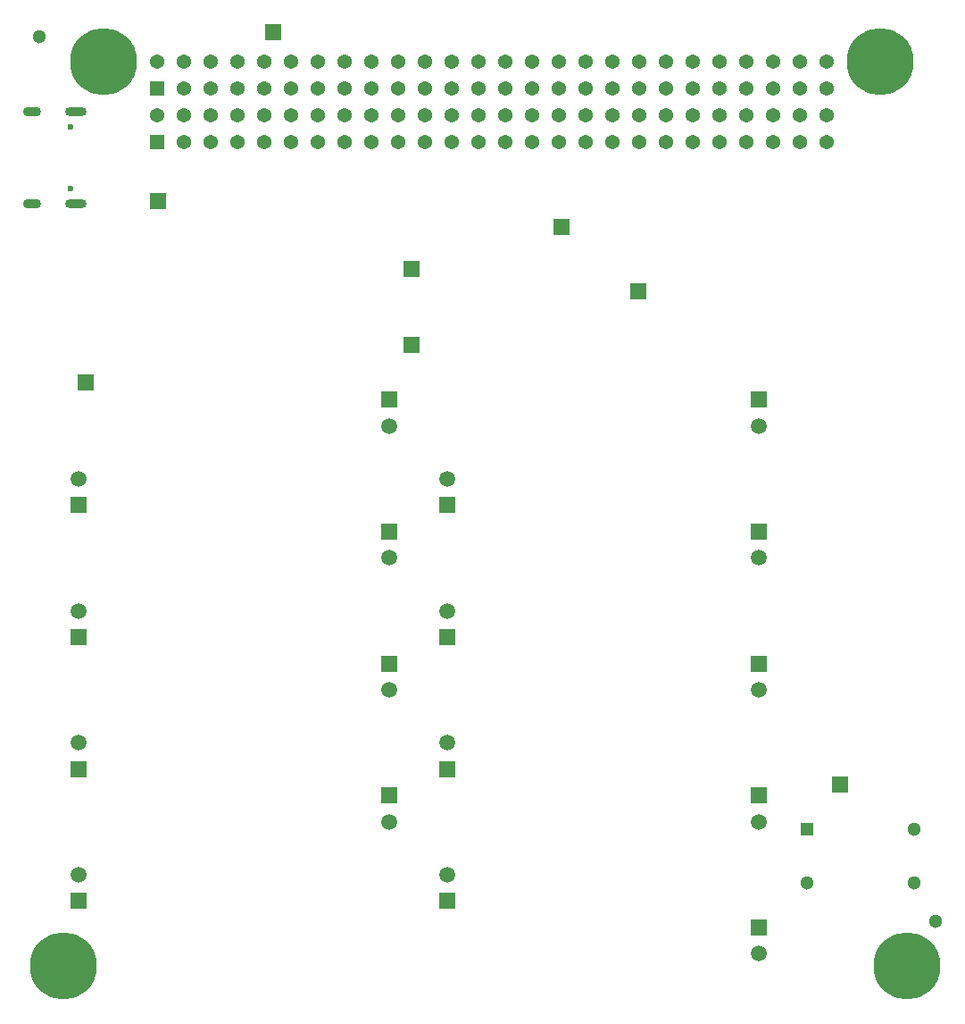
<source format=gbr>
%TF.GenerationSoftware,Altium Limited,Altium Designer,24.0.1 (36)*%
G04 Layer_Color=255*
%FSLAX45Y45*%
%MOMM*%
%TF.SameCoordinates,35AB2F61-03EE-4C9E-862A-60B4A91D9B88*%
%TF.FilePolarity,Positive*%
%TF.FileFunction,Pads,Bot*%
%TF.Part,Single*%
G01*
G75*
%TA.AperFunction,WasherPad*%
%ADD35C,1.30000*%
%TA.AperFunction,ComponentPad*%
%ADD36R,1.50000X1.50000*%
%ADD37R,1.50800X1.50800*%
%ADD38C,1.50800*%
%ADD39R,1.50000X1.50000*%
%ADD40O,1.70000X0.90000*%
%ADD41O,2.00000X0.90000*%
%ADD42C,0.60000*%
%TA.AperFunction,ViaPad*%
%ADD43C,6.35000*%
%TA.AperFunction,ComponentPad*%
%ADD44R,1.30000X1.30000*%
%ADD45C,1.30000*%
%ADD46C,1.37000*%
%ADD47R,1.37000X1.37000*%
D35*
X8777500Y935000D02*
D03*
X277500Y9317500D02*
D03*
D36*
X3812500Y6390000D02*
D03*
D37*
X4150000Y4875000D02*
D03*
X650000Y1125000D02*
D03*
Y4875000D02*
D03*
Y3625000D02*
D03*
Y2375000D02*
D03*
X3600000Y4625000D02*
D03*
Y5875000D02*
D03*
Y2125000D02*
D03*
Y3375000D02*
D03*
X4150000Y3625000D02*
D03*
Y2375000D02*
D03*
Y1125000D02*
D03*
X7100000Y5875000D02*
D03*
Y4625000D02*
D03*
Y3375000D02*
D03*
Y2125000D02*
D03*
Y875000D02*
D03*
D38*
X4150000Y5125000D02*
D03*
X650000Y1375000D02*
D03*
Y5125000D02*
D03*
Y3875000D02*
D03*
Y2625000D02*
D03*
X3600000Y4375000D02*
D03*
Y5625000D02*
D03*
Y1875000D02*
D03*
Y3125000D02*
D03*
X4150000Y3875000D02*
D03*
Y2625000D02*
D03*
Y1375000D02*
D03*
X7100000Y5625000D02*
D03*
Y4375000D02*
D03*
Y3125000D02*
D03*
Y1875000D02*
D03*
Y625000D02*
D03*
D39*
X3812500Y7117500D02*
D03*
X1407500Y7757500D02*
D03*
X2496820Y9357500D02*
D03*
X7875000Y2225000D02*
D03*
X721360Y6037580D02*
D03*
X5957500Y6905000D02*
D03*
X5232500Y7507500D02*
D03*
D40*
X210000Y7735000D02*
D03*
Y8600000D02*
D03*
D41*
X627000Y7735000D02*
D03*
Y8600000D02*
D03*
D42*
X578000Y8456500D02*
D03*
Y7878500D02*
D03*
D43*
X8255000Y9080500D02*
D03*
X889000D02*
D03*
X8509000Y508000D02*
D03*
X508000D02*
D03*
D44*
X7559000Y1808000D02*
D03*
D45*
Y1300000D02*
D03*
X8575000D02*
D03*
Y1808000D02*
D03*
D46*
X2159000Y9080500D02*
D03*
X3683000D02*
D03*
X2921000D02*
D03*
X2667000D02*
D03*
X2413000D02*
D03*
X3429000D02*
D03*
X1905000D02*
D03*
X1651000D02*
D03*
X3175000D02*
D03*
X1397000D02*
D03*
X6223000D02*
D03*
X6477000Y8826500D02*
D03*
X7493000Y9080500D02*
D03*
Y8826500D02*
D03*
X7239000Y9080500D02*
D03*
Y8826500D02*
D03*
X6985000Y9080500D02*
D03*
Y8826500D02*
D03*
X6731000Y9080500D02*
D03*
Y8826500D02*
D03*
X6477000Y9080500D02*
D03*
X7747000D02*
D03*
Y8826500D02*
D03*
X6223000D02*
D03*
X3175000D02*
D03*
X4445000D02*
D03*
X3683000D02*
D03*
X3937000D02*
D03*
X4191000D02*
D03*
X3429000D02*
D03*
X5969000D02*
D03*
X5715000D02*
D03*
X5461000D02*
D03*
X4699000D02*
D03*
X4953000D02*
D03*
X5207000D02*
D03*
X2159000D02*
D03*
X2921000D02*
D03*
X2667000D02*
D03*
X2413000D02*
D03*
X1905000D02*
D03*
X1651000D02*
D03*
X5207000Y9080500D02*
D03*
X5969000D02*
D03*
X5715000D02*
D03*
X5461000D02*
D03*
X4953000D02*
D03*
X4699000D02*
D03*
X4445000D02*
D03*
X4191000D02*
D03*
X3937000D02*
D03*
X2159000Y8572500D02*
D03*
X3683000D02*
D03*
X2921000D02*
D03*
X2667000D02*
D03*
X2413000D02*
D03*
X3429000D02*
D03*
X1905000D02*
D03*
X1651000D02*
D03*
X3175000D02*
D03*
X1397000D02*
D03*
X6223000D02*
D03*
X6477000Y8318500D02*
D03*
X7493000Y8572500D02*
D03*
Y8318500D02*
D03*
X7239000Y8572500D02*
D03*
Y8318500D02*
D03*
X6985000Y8572500D02*
D03*
Y8318500D02*
D03*
X6731000Y8572500D02*
D03*
Y8318500D02*
D03*
X6477000Y8572500D02*
D03*
X7747000D02*
D03*
Y8318500D02*
D03*
X6223000D02*
D03*
X3175000D02*
D03*
X4445000D02*
D03*
X3683000D02*
D03*
X3937000D02*
D03*
X4191000D02*
D03*
X3429000D02*
D03*
X5969000D02*
D03*
X5715000D02*
D03*
X5461000D02*
D03*
X4699000D02*
D03*
X4953000D02*
D03*
X5207000D02*
D03*
X2159000D02*
D03*
X2921000D02*
D03*
X2667000D02*
D03*
X2413000D02*
D03*
X1905000D02*
D03*
X1651000D02*
D03*
X5207000Y8572500D02*
D03*
X5969000D02*
D03*
X5715000D02*
D03*
X5461000D02*
D03*
X4953000D02*
D03*
X4699000D02*
D03*
X4445000D02*
D03*
X4191000D02*
D03*
X3937000D02*
D03*
D47*
X1397000Y8826500D02*
D03*
Y8318500D02*
D03*
%TF.MD5,6fccdb0d7229f36bdff84139b0fbd375*%
M02*

</source>
